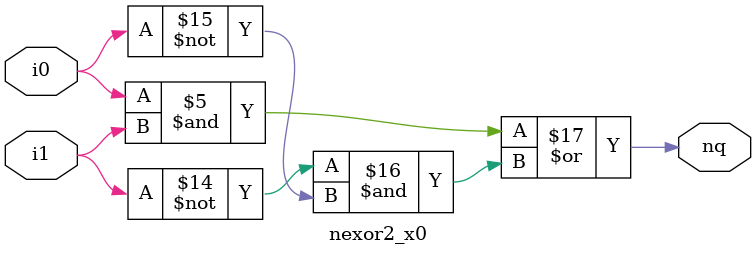
<source format=v>
/*                                                                      */
/*  Avertec Release v3.4p5 (64 bits on Linux 6.6.13+bpo-amd64)          */
/*  [AVT_only] host: fsdev                                              */
/*  [AVT_only] arch: x86_64                                             */
/*  [AVT_only] path: /opt/tasyag-3.4p5/bin/avt_shell                    */
/*  argv:                                                               */
/*                                                                      */
/*  User: verhaegs                                                      */
/*  Generation date Wed May 29 10:55:23 2024                            */
/*                                                                      */
/*  Verilog data flow description generated from `nexor2_x0`            */
/*                                                                      */


`timescale 1 ps/1 ps

module nexor2_x0 (i0, i1, nq);

  input  i0;
  input  i1;
  output nq;

  wire i1_n;
  wire i0_n;

  assign i0_n = ~(i0);
  assign i1_n = ~(i1);

  assign nq = ((~(i0_n) & ~(i1_n)) | (~(i0_n) & ~(i0)) | (~(i1) & ~(i1_n))
| (~(i1) & ~(i0)));

endmodule

</source>
